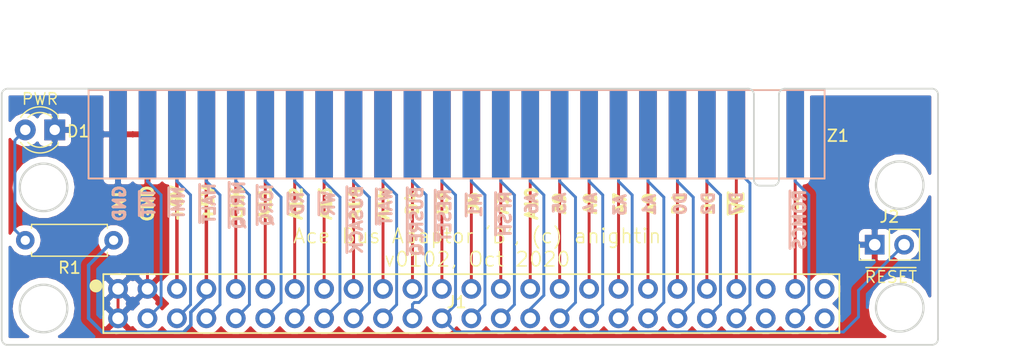
<source format=kicad_pcb>
(kicad_pcb (version 20171130) (host pcbnew "(5.0.1-3-g963ef8bb5)")

  (general
    (thickness 1.6)
    (drawings 75)
    (tracks 136)
    (zones 0)
    (modules 5)
    (nets 46)
  )

  (page A4)
  (layers
    (0 F.Cu signal)
    (31 B.Cu signal)
    (32 B.Adhes user)
    (33 F.Adhes user)
    (34 B.Paste user)
    (35 F.Paste user)
    (36 B.SilkS user)
    (37 F.SilkS user)
    (38 B.Mask user)
    (39 F.Mask user)
    (40 Dwgs.User user)
    (41 Cmts.User user)
    (42 Eco1.User user)
    (43 Eco2.User user)
    (44 Edge.Cuts user)
    (45 Margin user)
    (46 B.CrtYd user)
    (47 F.CrtYd user)
    (48 B.Fab user)
    (49 F.Fab user hide)
  )

  (setup
    (last_trace_width 0.25)
    (trace_clearance 0.2)
    (zone_clearance 0.508)
    (zone_45_only no)
    (trace_min 0.2)
    (segment_width 0.2)
    (edge_width 0.15)
    (via_size 0.8)
    (via_drill 0.4)
    (via_min_size 0.4)
    (via_min_drill 0.3)
    (uvia_size 0.3)
    (uvia_drill 0.1)
    (uvias_allowed no)
    (uvia_min_size 0.2)
    (uvia_min_drill 0.1)
    (pcb_text_width 0.3)
    (pcb_text_size 1.5 1.5)
    (mod_edge_width 0.15)
    (mod_text_size 1 1)
    (mod_text_width 0.15)
    (pad_size 1.524 1.524)
    (pad_drill 0.762)
    (pad_to_mask_clearance 0.051)
    (solder_mask_min_width 0.25)
    (aux_axis_origin 0 0)
    (visible_elements FFFFFFFF)
    (pcbplotparams
      (layerselection 0x010fc_ffffffff)
      (usegerberextensions false)
      (usegerberattributes false)
      (usegerberadvancedattributes false)
      (creategerberjobfile false)
      (excludeedgelayer true)
      (linewidth 0.100000)
      (plotframeref false)
      (viasonmask false)
      (mode 1)
      (useauxorigin false)
      (hpglpennumber 1)
      (hpglpenspeed 20)
      (hpglpendiameter 15.000000)
      (psnegative false)
      (psa4output false)
      (plotreference true)
      (plotvalue true)
      (plotinvisibletext false)
      (padsonsilk false)
      (subtractmaskfromsilk false)
      (outputformat 1)
      (mirror false)
      (drillshape 0)
      (scaleselection 1)
      (outputdirectory "Manufacturing"))
  )

  (net 0 "")
  (net 1 GND)
  (net 2 "Net-(J1-PadA14)")
  (net 3 "Net-(J1-PadA15)")
  (net 4 "Net-(J1-PadA16)")
  (net 5 "Net-(J1-PadA17)")
  (net 6 "Net-(J1-PadA18)")
  (net 7 "Net-(J1-PadA19)")
  (net 8 "Net-(J1-PadA20)")
  (net 9 "Net-(J1-PadA21)")
  (net 10 "Net-(J1-PadA22)")
  (net 11 "Net-(J1-PadA24)")
  (net 12 "Net-(J1-PadA13)")
  (net 13 "Net-(J1-PadA12)")
  (net 14 "Net-(J1-PadA11)")
  (net 15 "Net-(J1-PadA10)")
  (net 16 "Net-(J1-PadA9)")
  (net 17 "Net-(J1-PadA8)")
  (net 18 "Net-(J1-PadA7)")
  (net 19 "Net-(J1-PadA6)")
  (net 20 "Net-(J1-PadA5)")
  (net 21 "Net-(J1-PadA4)")
  (net 22 "Net-(J1-PadA3)")
  (net 23 "Net-(J1-PadB2)")
  (net 24 "Net-(J1-PadB3)")
  (net 25 "Net-(J1-PadB4)")
  (net 26 "Net-(J1-PadB5)")
  (net 27 "Net-(J1-PadB6)")
  (net 28 "Net-(J1-PadB7)")
  (net 29 "Net-(J1-PadB8)")
  (net 30 "Net-(J1-PadB9)")
  (net 31 "Net-(J1-PadB10)")
  (net 32 "Net-(J1-PadB11)")
  (net 33 "Net-(J1-PadB12)")
  (net 34 "Net-(J1-PadB13)")
  (net 35 "Net-(J1-PadB24)")
  (net 36 "Net-(J1-PadB22)")
  (net 37 "Net-(J1-PadB21)")
  (net 38 "Net-(J1-PadB20)")
  (net 39 "Net-(J1-PadB19)")
  (net 40 "Net-(J1-PadB18)")
  (net 41 "Net-(J1-PadB17)")
  (net 42 "Net-(J1-PadB16)")
  (net 43 "Net-(J1-PadB15)")
  (net 44 "Net-(J1-PadB14)")
  (net 45 "Net-(D1-Pad2)")

  (net_class Default "This is the default net class."
    (clearance 0.2)
    (trace_width 0.25)
    (via_dia 0.8)
    (via_drill 0.4)
    (uvia_dia 0.3)
    (uvia_drill 0.1)
    (add_net GND)
    (add_net "Net-(D1-Pad2)")
    (add_net "Net-(J1-PadA10)")
    (add_net "Net-(J1-PadA11)")
    (add_net "Net-(J1-PadA12)")
    (add_net "Net-(J1-PadA13)")
    (add_net "Net-(J1-PadA14)")
    (add_net "Net-(J1-PadA15)")
    (add_net "Net-(J1-PadA16)")
    (add_net "Net-(J1-PadA17)")
    (add_net "Net-(J1-PadA18)")
    (add_net "Net-(J1-PadA19)")
    (add_net "Net-(J1-PadA20)")
    (add_net "Net-(J1-PadA21)")
    (add_net "Net-(J1-PadA22)")
    (add_net "Net-(J1-PadA24)")
    (add_net "Net-(J1-PadA5)")
    (add_net "Net-(J1-PadA6)")
    (add_net "Net-(J1-PadA7)")
    (add_net "Net-(J1-PadA8)")
    (add_net "Net-(J1-PadA9)")
    (add_net "Net-(J1-PadB10)")
    (add_net "Net-(J1-PadB11)")
    (add_net "Net-(J1-PadB12)")
    (add_net "Net-(J1-PadB13)")
    (add_net "Net-(J1-PadB14)")
    (add_net "Net-(J1-PadB15)")
    (add_net "Net-(J1-PadB16)")
    (add_net "Net-(J1-PadB17)")
    (add_net "Net-(J1-PadB18)")
    (add_net "Net-(J1-PadB19)")
    (add_net "Net-(J1-PadB2)")
    (add_net "Net-(J1-PadB20)")
    (add_net "Net-(J1-PadB21)")
    (add_net "Net-(J1-PadB22)")
    (add_net "Net-(J1-PadB24)")
    (add_net "Net-(J1-PadB3)")
    (add_net "Net-(J1-PadB4)")
    (add_net "Net-(J1-PadB5)")
    (add_net "Net-(J1-PadB6)")
    (add_net "Net-(J1-PadB7)")
    (add_net "Net-(J1-PadB8)")
    (add_net "Net-(J1-PadB9)")
  )

  (net_class 5v ""
    (clearance 0.2)
    (trace_width 0.3)
    (via_dia 0.8)
    (via_drill 0.4)
    (uvia_dia 0.3)
    (uvia_drill 0.1)
    (add_net "Net-(J1-PadA4)")
  )

  (net_class 9v ""
    (clearance 0.2)
    (trace_width 0.3)
    (via_dia 0.8)
    (via_drill 0.4)
    (uvia_dia 0.3)
    (uvia_drill 0.1)
    (add_net "Net-(J1-PadA3)")
  )

  (module Connector_PinHeader_2.54mm:PinHeader_1x02_P2.54mm_Vertical (layer F.Cu) (tedit 5F4F53A8) (tstamp 5F75BFF4)
    (at 184.785 91.694 90)
    (descr "Through hole straight pin header, 1x02, 2.54mm pitch, single row")
    (tags "Through hole pin header THT 1x02 2.54mm single row")
    (path /5F58AC6B)
    (fp_text reference J2 (at 2.413 1.27 180) (layer F.SilkS)
      (effects (font (size 1 1) (thickness 0.15)))
    )
    (fp_text value ~RESET_SW (at 0 4.87 90) (layer F.Fab)
      (effects (font (size 1 1) (thickness 0.15)))
    )
    (fp_line (start -0.635 -1.27) (end 1.27 -1.27) (layer F.Fab) (width 0.1))
    (fp_line (start 1.27 -1.27) (end 1.27 3.81) (layer F.Fab) (width 0.1))
    (fp_line (start 1.27 3.81) (end -1.27 3.81) (layer F.Fab) (width 0.1))
    (fp_line (start -1.27 3.81) (end -1.27 -0.635) (layer F.Fab) (width 0.1))
    (fp_line (start -1.27 -0.635) (end -0.635 -1.27) (layer F.Fab) (width 0.1))
    (fp_line (start -1.33 3.87) (end 1.33 3.87) (layer F.SilkS) (width 0.12))
    (fp_line (start -1.33 1.27) (end -1.33 3.87) (layer F.SilkS) (width 0.12))
    (fp_line (start 1.33 1.27) (end 1.33 3.87) (layer F.SilkS) (width 0.12))
    (fp_line (start -1.33 1.27) (end 1.33 1.27) (layer F.SilkS) (width 0.12))
    (fp_line (start -1.33 0) (end -1.33 -1.33) (layer F.SilkS) (width 0.12))
    (fp_line (start -1.33 -1.33) (end 0 -1.33) (layer F.SilkS) (width 0.12))
    (fp_line (start -1.8 -1.8) (end -1.8 4.35) (layer F.CrtYd) (width 0.05))
    (fp_line (start -1.8 4.35) (end 1.8 4.35) (layer F.CrtYd) (width 0.05))
    (fp_line (start 1.8 4.35) (end 1.8 -1.8) (layer F.CrtYd) (width 0.05))
    (fp_line (start 1.8 -1.8) (end -1.8 -1.8) (layer F.CrtYd) (width 0.05))
    (fp_text user %R (at 0 1.27 180) (layer F.Fab)
      (effects (font (size 1 1) (thickness 0.15)))
    )
    (pad 1 thru_hole rect (at 0 0 90) (size 1.7 1.7) (drill 1) (layers *.Cu *.Mask)
      (net 1 GND))
    (pad 2 thru_hole oval (at 0 2.54 90) (size 1.7 1.7) (drill 1) (layers *.Cu *.Mask)
      (net 33 "Net-(J1-PadB12)"))
    (model ${KISYS3DMOD}/Connector_PinHeader_2.54mm.3dshapes/PinHeader_1x02_P2.54mm_Vertical.wrl
      (at (xyz 0 0 0))
      (scale (xyz 1 1 1))
      (rotate (xyz 0 0 0))
    )
  )

  (module Connector_PCBEdge:Ace_Bus_Edge_Connector (layer F.Cu) (tedit 5F4F5532) (tstamp 5F75C030)
    (at 148.971 82.169)
    (path /5F51814C)
    (fp_text reference Z1 (at 32.639 0.127) (layer F.SilkS)
      (effects (font (size 1 1) (thickness 0.15)))
    )
    (fp_text value AceBUS (at 0 -5.334) (layer F.Fab)
      (effects (font (size 1 1) (thickness 0.15)))
    )
    (fp_line (start 31.496 3.81) (end -30.734 3.81) (layer F.SilkS) (width 0.15))
    (fp_line (start 31.496 -3.81) (end 31.496 3.81) (layer F.SilkS) (width 0.15))
    (fp_line (start -30.734 -3.81) (end 31.496 -3.81) (layer F.SilkS) (width 0.15))
    (fp_line (start -30.734 -3.81) (end -32.004 -3.81) (layer F.SilkS) (width 0.15))
    (fp_line (start -30.734 3.81) (end -32.004 3.81) (layer F.SilkS) (width 0.15))
    (fp_line (start -32.004 -3.81) (end -32.004 3.81) (layer F.SilkS) (width 0.15))
    (fp_line (start -32.004 3.81) (end -32.004 -3.81) (layer B.SilkS) (width 0.15))
    (fp_line (start 31.496 3.81) (end -32.004 3.81) (layer B.SilkS) (width 0.15))
    (fp_line (start 31.496 -3.81) (end 31.496 3.81) (layer B.SilkS) (width 0.15))
    (fp_line (start -32.004 -3.81) (end 31.496 -3.81) (layer B.SilkS) (width 0.15))
    (pad A14 smd rect (at 3.556 0) (size 1.524 7.62) (layers F.Cu F.Paste F.Mask)
      (net 2 "Net-(J1-PadA14)"))
    (pad A15 smd rect (at 6.096 0) (size 1.524 7.62) (layers F.Cu F.Paste F.Mask)
      (net 3 "Net-(J1-PadA15)"))
    (pad A16 smd rect (at 8.636 0) (size 1.524 7.62) (layers F.Cu F.Paste F.Mask)
      (net 4 "Net-(J1-PadA16)"))
    (pad A17 smd rect (at 11.176 0) (size 1.524 7.62) (layers F.Cu F.Paste F.Mask)
      (net 5 "Net-(J1-PadA17)"))
    (pad A21 smd rect (at 21.336 0) (size 1.524 7.62) (layers F.Cu F.Paste F.Mask)
      (net 9 "Net-(J1-PadA21)"))
    (pad A20 smd rect (at 18.796 0) (size 1.524 7.62) (layers F.Cu F.Paste F.Mask)
      (net 8 "Net-(J1-PadA20)"))
    (pad A19 smd rect (at 16.256 0) (size 1.524 7.62) (layers F.Cu F.Paste F.Mask)
      (net 7 "Net-(J1-PadA19)"))
    (pad A18 smd rect (at 13.716 0) (size 1.524 7.62) (layers F.Cu F.Paste F.Mask)
      (net 6 "Net-(J1-PadA18)"))
    (pad A5 smd rect (at -19.304 0) (size 1.524 7.62) (layers F.Cu F.Paste F.Mask)
      (net 20 "Net-(J1-PadA5)"))
    (pad A24 smd rect (at 28.956 0) (size 1.524 7.62) (layers F.Cu F.Paste F.Mask)
      (net 11 "Net-(J1-PadA24)"))
    (pad A22 smd rect (at 23.876 0) (size 1.524 7.62) (layers F.Cu F.Paste F.Mask)
      (net 10 "Net-(J1-PadA22)"))
    (pad A6 smd rect (at -16.764 0) (size 1.524 7.62) (layers F.Cu F.Paste F.Mask)
      (net 19 "Net-(J1-PadA6)"))
    (pad A7 smd rect (at -14.224 0) (size 1.524 7.62) (layers F.Cu F.Paste F.Mask)
      (net 18 "Net-(J1-PadA7)"))
    (pad A8 smd rect (at -11.684 0) (size 1.524 7.62) (layers F.Cu F.Paste F.Mask)
      (net 17 "Net-(J1-PadA8)"))
    (pad A9 smd rect (at -9.144 0) (size 1.524 7.62) (layers F.Cu F.Paste F.Mask)
      (net 16 "Net-(J1-PadA9)"))
    (pad A13 smd rect (at 1.016 0) (size 1.524 7.62) (layers F.Cu F.Paste F.Mask)
      (net 12 "Net-(J1-PadA13)"))
    (pad A12 smd rect (at -1.524 0) (size 1.524 7.62) (layers F.Cu F.Paste F.Mask)
      (net 13 "Net-(J1-PadA12)"))
    (pad A11 smd rect (at -4.064 0) (size 1.524 7.62) (layers F.Cu F.Paste F.Mask)
      (net 14 "Net-(J1-PadA11)"))
    (pad A10 smd rect (at -6.604 0) (size 1.524 7.62) (layers F.Cu F.Paste F.Mask)
      (net 15 "Net-(J1-PadA10)"))
    (pad A3 smd rect (at -24.384 0) (size 1.524 7.62) (layers F.Cu F.Paste F.Mask)
      (net 22 "Net-(J1-PadA3)"))
    (pad A4 smd rect (at -21.844 0) (size 1.524 7.62) (layers F.Cu F.Paste F.Mask)
      (net 21 "Net-(J1-PadA4)"))
    (pad A2 smd rect (at -26.924 0) (size 1.524 7.62) (layers F.Cu F.Paste F.Mask)
      (net 1 GND))
    (pad A1 smd rect (at -29.464 0) (size 1.524 7.62) (layers F.Cu F.Paste F.Mask)
      (net 1 GND))
    (pad B1 smd rect (at -29.464 0) (size 1.524 7.62) (layers B.Cu B.Paste B.Mask)
      (net 1 GND))
    (pad B2 smd rect (at -26.924 0) (size 1.524 7.62) (layers B.Cu B.Paste B.Mask)
      (net 23 "Net-(J1-PadB2)"))
    (pad B4 smd rect (at -21.844 0) (size 1.524 7.62) (layers B.Cu B.Paste B.Mask)
      (net 25 "Net-(J1-PadB4)"))
    (pad B3 smd rect (at -24.384 0) (size 1.524 7.62) (layers B.Cu B.Paste B.Mask)
      (net 24 "Net-(J1-PadB3)"))
    (pad B10 smd rect (at -6.604 0) (size 1.524 7.62) (layers B.Cu B.Paste B.Mask)
      (net 31 "Net-(J1-PadB10)"))
    (pad B11 smd rect (at -4.064 0) (size 1.524 7.62) (layers B.Cu B.Paste B.Mask)
      (net 32 "Net-(J1-PadB11)"))
    (pad B12 smd rect (at -1.524 0) (size 1.524 7.62) (layers B.Cu B.Paste B.Mask)
      (net 33 "Net-(J1-PadB12)"))
    (pad B13 smd rect (at 1.016 0) (size 1.524 7.62) (layers B.Cu B.Paste B.Mask)
      (net 34 "Net-(J1-PadB13)"))
    (pad B9 smd rect (at -9.144 0) (size 1.524 7.62) (layers B.Cu B.Paste B.Mask)
      (net 30 "Net-(J1-PadB9)"))
    (pad B8 smd rect (at -11.684 0) (size 1.524 7.62) (layers B.Cu B.Paste B.Mask)
      (net 29 "Net-(J1-PadB8)"))
    (pad B7 smd rect (at -14.224 0) (size 1.524 7.62) (layers B.Cu B.Paste B.Mask)
      (net 28 "Net-(J1-PadB7)"))
    (pad B6 smd rect (at -16.764 0) (size 1.524 7.62) (layers B.Cu B.Paste B.Mask)
      (net 27 "Net-(J1-PadB6)"))
    (pad B22 smd rect (at 23.876 0) (size 1.524 7.62) (layers B.Cu B.Paste B.Mask)
      (net 36 "Net-(J1-PadB22)"))
    (pad B24 smd rect (at 28.956 0) (size 1.524 7.62) (layers B.Cu B.Paste B.Mask)
      (net 35 "Net-(J1-PadB24)"))
    (pad B5 smd rect (at -19.304 0) (size 1.524 7.62) (layers B.Cu B.Paste B.Mask)
      (net 26 "Net-(J1-PadB5)"))
    (pad B18 smd rect (at 13.716 0) (size 1.524 7.62) (layers B.Cu B.Paste B.Mask)
      (net 40 "Net-(J1-PadB18)"))
    (pad B19 smd rect (at 16.256 0) (size 1.524 7.62) (layers B.Cu B.Paste B.Mask)
      (net 39 "Net-(J1-PadB19)"))
    (pad B20 smd rect (at 18.796 0) (size 1.524 7.62) (layers B.Cu B.Paste B.Mask)
      (net 38 "Net-(J1-PadB20)"))
    (pad B21 smd rect (at 21.336 0) (size 1.524 7.62) (layers B.Cu B.Paste B.Mask)
      (net 37 "Net-(J1-PadB21)"))
    (pad B17 smd rect (at 11.176 0) (size 1.524 7.62) (layers B.Cu B.Paste B.Mask)
      (net 41 "Net-(J1-PadB17)"))
    (pad B16 smd rect (at 8.636 0) (size 1.524 7.62) (layers B.Cu B.Paste B.Mask)
      (net 42 "Net-(J1-PadB16)"))
    (pad B15 smd rect (at 6.096 0) (size 1.524 7.62) (layers B.Cu B.Paste B.Mask)
      (net 43 "Net-(J1-PadB15)"))
    (pad B14 smd rect (at 3.556 0) (size 1.524 7.62) (layers B.Cu B.Paste B.Mask)
      (net 44 "Net-(J1-PadB14)"))
  )

  (module LED_THT:LED_D3.0mm (layer F.Cu) (tedit 587A3A7B) (tstamp 5F4EDDA7)
    (at 114.046 81.788 180)
    (descr "LED, diameter 3.0mm, 2 pins")
    (tags "LED diameter 3.0mm 2 pins")
    (path /5F4F10C3)
    (fp_text reference D1 (at -2.032 -0.127 180) (layer F.SilkS)
      (effects (font (size 1 1) (thickness 0.15)))
    )
    (fp_text value LED (at 1.27 2.96 180) (layer F.Fab)
      (effects (font (size 1 1) (thickness 0.15)))
    )
    (fp_arc (start 1.27 0) (end -0.23 -1.16619) (angle 284.3) (layer F.Fab) (width 0.1))
    (fp_arc (start 1.27 0) (end -0.29 -1.235516) (angle 108.8) (layer F.SilkS) (width 0.12))
    (fp_arc (start 1.27 0) (end -0.29 1.235516) (angle -108.8) (layer F.SilkS) (width 0.12))
    (fp_arc (start 1.27 0) (end 0.229039 -1.08) (angle 87.9) (layer F.SilkS) (width 0.12))
    (fp_arc (start 1.27 0) (end 0.229039 1.08) (angle -87.9) (layer F.SilkS) (width 0.12))
    (fp_circle (center 1.27 0) (end 2.77 0) (layer F.Fab) (width 0.1))
    (fp_line (start -0.23 -1.16619) (end -0.23 1.16619) (layer F.Fab) (width 0.1))
    (fp_line (start -0.29 -1.236) (end -0.29 -1.08) (layer F.SilkS) (width 0.12))
    (fp_line (start -0.29 1.08) (end -0.29 1.236) (layer F.SilkS) (width 0.12))
    (fp_line (start -1.15 -2.25) (end -1.15 2.25) (layer F.CrtYd) (width 0.05))
    (fp_line (start -1.15 2.25) (end 3.7 2.25) (layer F.CrtYd) (width 0.05))
    (fp_line (start 3.7 2.25) (end 3.7 -2.25) (layer F.CrtYd) (width 0.05))
    (fp_line (start 3.7 -2.25) (end -1.15 -2.25) (layer F.CrtYd) (width 0.05))
    (pad 1 thru_hole rect (at 0 0 180) (size 1.8 1.8) (drill 0.9) (layers *.Cu *.Mask)
      (net 1 GND))
    (pad 2 thru_hole circle (at 2.54 0 180) (size 1.8 1.8) (drill 0.9) (layers *.Cu *.Mask)
      (net 45 "Net-(D1-Pad2)"))
    (model ${KISYS3DMOD}/LED_THT.3dshapes/LED_D3.0mm.wrl
      (at (xyz 0 0 0))
      (scale (xyz 1 1 1))
      (rotate (xyz 0 0 0))
    )
  )

  (module Resistor_THT:R_Axial_DIN0207_L6.3mm_D2.5mm_P7.62mm_Horizontal (layer F.Cu) (tedit 5AE5139B) (tstamp 5F8935B6)
    (at 119.126 91.313 180)
    (descr "Resistor, Axial_DIN0207 series, Axial, Horizontal, pin pitch=7.62mm, 0.25W = 1/4W, length*diameter=6.3*2.5mm^2, http://cdn-reichelt.de/documents/datenblatt/B400/1_4W%23YAG.pdf")
    (tags "Resistor Axial_DIN0207 series Axial Horizontal pin pitch 7.62mm 0.25W = 1/4W length 6.3mm diameter 2.5mm")
    (path /5F4F1177)
    (fp_text reference R1 (at 3.81 -2.37 180) (layer F.SilkS)
      (effects (font (size 1 1) (thickness 0.15)))
    )
    (fp_text value 1K (at 3.81 2.37 180) (layer F.Fab)
      (effects (font (size 1 1) (thickness 0.15)))
    )
    (fp_line (start 0.66 -1.25) (end 0.66 1.25) (layer F.Fab) (width 0.1))
    (fp_line (start 0.66 1.25) (end 6.96 1.25) (layer F.Fab) (width 0.1))
    (fp_line (start 6.96 1.25) (end 6.96 -1.25) (layer F.Fab) (width 0.1))
    (fp_line (start 6.96 -1.25) (end 0.66 -1.25) (layer F.Fab) (width 0.1))
    (fp_line (start 0 0) (end 0.66 0) (layer F.Fab) (width 0.1))
    (fp_line (start 7.62 0) (end 6.96 0) (layer F.Fab) (width 0.1))
    (fp_line (start 0.54 -1.04) (end 0.54 -1.37) (layer F.SilkS) (width 0.12))
    (fp_line (start 0.54 -1.37) (end 7.08 -1.37) (layer F.SilkS) (width 0.12))
    (fp_line (start 7.08 -1.37) (end 7.08 -1.04) (layer F.SilkS) (width 0.12))
    (fp_line (start 0.54 1.04) (end 0.54 1.37) (layer F.SilkS) (width 0.12))
    (fp_line (start 0.54 1.37) (end 7.08 1.37) (layer F.SilkS) (width 0.12))
    (fp_line (start 7.08 1.37) (end 7.08 1.04) (layer F.SilkS) (width 0.12))
    (fp_line (start -1.05 -1.5) (end -1.05 1.5) (layer F.CrtYd) (width 0.05))
    (fp_line (start -1.05 1.5) (end 8.67 1.5) (layer F.CrtYd) (width 0.05))
    (fp_line (start 8.67 1.5) (end 8.67 -1.5) (layer F.CrtYd) (width 0.05))
    (fp_line (start 8.67 -1.5) (end -1.05 -1.5) (layer F.CrtYd) (width 0.05))
    (fp_text user %R (at 3.81 0 180) (layer F.Fab)
      (effects (font (size 1 1) (thickness 0.15)))
    )
    (pad 1 thru_hole circle (at 0 0 180) (size 1.6 1.6) (drill 0.8) (layers *.Cu *.Mask)
      (net 21 "Net-(J1-PadA4)"))
    (pad 2 thru_hole oval (at 7.62 0 180) (size 1.6 1.6) (drill 0.8) (layers *.Cu *.Mask)
      (net 45 "Net-(D1-Pad2)"))
    (model ${KISYS3DMOD}/Resistor_THT.3dshapes/R_Axial_DIN0207_L6.3mm_D2.5mm_P7.62mm_Horizontal.wrl
      (at (xyz 0 0 0))
      (scale (xyz 1 1 1))
      (rotate (xyz 0 0 0))
    )
  )

  (module Connector_PinHeader_2.54mm:Ace_Bus_Pin_Header (layer F.Cu) (tedit 5F762324) (tstamp 5F8893C6)
    (at 148.717 96.774)
    (path /5F5245D3)
    (fp_text reference J1 (at 0 -0.127) (layer F.SilkS)
      (effects (font (size 1 1) (thickness 0.15)))
    )
    (fp_text value AceBUS_Pin_Header (at 0 -4.318) (layer F.Fab)
      (effects (font (size 1 1) (thickness 0.15)))
    )
    (fp_line (start 33.02 -2.54) (end -30.48 -2.54) (layer F.SilkS) (width 0.15))
    (fp_line (start 33.02 2.54) (end 33.02 -2.54) (layer F.SilkS) (width 0.15))
    (fp_line (start -30.48 2.54) (end 33.02 2.54) (layer F.SilkS) (width 0.15))
    (fp_line (start -30.48 -2.54) (end -30.48 2.54) (layer F.SilkS) (width 0.15))
    (pad A14 thru_hole circle (at 3.81 -1.27) (size 1.7 1.7) (drill 1) (layers *.Cu *.Mask)
      (net 2 "Net-(J1-PadA14)"))
    (pad A15 thru_hole circle (at 6.35 -1.27) (size 1.7 1.7) (drill 1) (layers *.Cu *.Mask)
      (net 3 "Net-(J1-PadA15)"))
    (pad A16 thru_hole circle (at 8.89 -1.27) (size 1.7 1.7) (drill 1) (layers *.Cu *.Mask)
      (net 4 "Net-(J1-PadA16)"))
    (pad A17 thru_hole circle (at 11.43 -1.27) (size 1.7 1.7) (drill 1) (layers *.Cu *.Mask)
      (net 5 "Net-(J1-PadA17)"))
    (pad A18 thru_hole circle (at 13.97 -1.27) (size 1.7 1.7) (drill 1) (layers *.Cu *.Mask)
      (net 6 "Net-(J1-PadA18)"))
    (pad A19 thru_hole circle (at 16.51 -1.27) (size 1.7 1.7) (drill 1) (layers *.Cu *.Mask)
      (net 7 "Net-(J1-PadA19)"))
    (pad A20 thru_hole circle (at 19.05 -1.27) (size 1.7 1.7) (drill 1) (layers *.Cu *.Mask)
      (net 8 "Net-(J1-PadA20)"))
    (pad A21 thru_hole circle (at 21.59 -1.27) (size 1.7 1.7) (drill 1) (layers *.Cu *.Mask)
      (net 9 "Net-(J1-PadA21)"))
    (pad A22 thru_hole circle (at 24.13 -1.27) (size 1.7 1.7) (drill 1) (layers *.Cu *.Mask)
      (net 10 "Net-(J1-PadA22)"))
    (pad "" thru_hole circle (at 26.67 -1.27) (size 1.7 1.7) (drill 1) (layers *.Cu *.Mask))
    (pad A24 thru_hole circle (at 29.21 -1.27) (size 1.7 1.7) (drill 1) (layers *.Cu *.Mask)
      (net 11 "Net-(J1-PadA24)"))
    (pad A13 thru_hole circle (at 1.27 -1.27) (size 1.7 1.7) (drill 1) (layers *.Cu *.Mask)
      (net 12 "Net-(J1-PadA13)"))
    (pad A12 thru_hole circle (at -1.27 -1.27) (size 1.7 1.7) (drill 1) (layers *.Cu *.Mask)
      (net 13 "Net-(J1-PadA12)"))
    (pad A11 thru_hole circle (at -3.81 -1.27) (size 1.7 1.7) (drill 1) (layers *.Cu *.Mask)
      (net 14 "Net-(J1-PadA11)"))
    (pad A10 thru_hole circle (at -6.35 -1.27) (size 1.7 1.7) (drill 1) (layers *.Cu *.Mask)
      (net 15 "Net-(J1-PadA10)"))
    (pad A9 thru_hole circle (at -8.89 -1.27) (size 1.7 1.7) (drill 1) (layers *.Cu *.Mask)
      (net 16 "Net-(J1-PadA9)"))
    (pad A8 thru_hole circle (at -11.43 -1.27) (size 1.7 1.7) (drill 1) (layers *.Cu *.Mask)
      (net 17 "Net-(J1-PadA8)"))
    (pad A7 thru_hole circle (at -13.97 -1.27) (size 1.7 1.7) (drill 1) (layers *.Cu *.Mask)
      (net 18 "Net-(J1-PadA7)"))
    (pad A6 thru_hole circle (at -16.51 -1.27) (size 1.7 1.7) (drill 1) (layers *.Cu *.Mask)
      (net 19 "Net-(J1-PadA6)"))
    (pad A5 thru_hole circle (at -19.05 -1.27) (size 1.7 1.7) (drill 1) (layers *.Cu *.Mask)
      (net 20 "Net-(J1-PadA5)"))
    (pad A4 thru_hole circle (at -21.59 -1.27) (size 1.7 1.7) (drill 1) (layers *.Cu *.Mask)
      (net 21 "Net-(J1-PadA4)"))
    (pad A3 thru_hole circle (at -24.13 -1.27) (size 1.7 1.7) (drill 1) (layers *.Cu *.Mask)
      (net 22 "Net-(J1-PadA3)"))
    (pad A2 thru_hole circle (at -26.67 -1.27) (size 1.7 1.7) (drill 1) (layers *.Cu *.Mask)
      (net 1 GND))
    (pad A1 thru_hole circle (at -29.21 -1.27) (size 1.7 1.7) (drill 1) (layers *.Cu *.Mask)
      (net 1 GND))
    (pad B1 thru_hole circle (at -29.21 1.27) (size 1.7 1.7) (drill 1) (layers *.Cu *.Mask)
      (net 1 GND))
    (pad B2 thru_hole circle (at -26.67 1.27) (size 1.7 1.7) (drill 1) (layers *.Cu *.Mask)
      (net 23 "Net-(J1-PadB2)"))
    (pad B3 thru_hole circle (at -24.13 1.27) (size 1.7 1.7) (drill 1) (layers *.Cu *.Mask)
      (net 24 "Net-(J1-PadB3)"))
    (pad B4 thru_hole circle (at -21.59 1.27) (size 1.7 1.7) (drill 1) (layers *.Cu *.Mask)
      (net 25 "Net-(J1-PadB4)"))
    (pad B5 thru_hole circle (at -19.05 1.27) (size 1.7 1.7) (drill 1) (layers *.Cu *.Mask)
      (net 26 "Net-(J1-PadB5)"))
    (pad B6 thru_hole circle (at -16.51 1.27) (size 1.7 1.7) (drill 1) (layers *.Cu *.Mask)
      (net 27 "Net-(J1-PadB6)"))
    (pad B7 thru_hole circle (at -13.97 1.27) (size 1.7 1.7) (drill 1) (layers *.Cu *.Mask)
      (net 28 "Net-(J1-PadB7)"))
    (pad B8 thru_hole circle (at -11.43 1.27) (size 1.7 1.7) (drill 1) (layers *.Cu *.Mask)
      (net 29 "Net-(J1-PadB8)"))
    (pad B9 thru_hole circle (at -8.89 1.27) (size 1.7 1.7) (drill 1) (layers *.Cu *.Mask)
      (net 30 "Net-(J1-PadB9)"))
    (pad B10 thru_hole circle (at -6.35 1.27) (size 1.7 1.7) (drill 1) (layers *.Cu *.Mask)
      (net 31 "Net-(J1-PadB10)"))
    (pad B11 thru_hole circle (at -3.81 1.27) (size 1.7 1.7) (drill 1) (layers *.Cu *.Mask)
      (net 32 "Net-(J1-PadB11)"))
    (pad B12 thru_hole circle (at -1.27 1.27) (size 1.7 1.7) (drill 1) (layers *.Cu *.Mask)
      (net 33 "Net-(J1-PadB12)"))
    (pad B13 thru_hole circle (at 1.27 1.27) (size 1.7 1.7) (drill 1) (layers *.Cu *.Mask)
      (net 34 "Net-(J1-PadB13)"))
    (pad B24 thru_hole circle (at 29.21 1.27) (size 1.7 1.7) (drill 1) (layers *.Cu *.Mask)
      (net 35 "Net-(J1-PadB24)"))
    (pad "" thru_hole circle (at 26.67 1.27) (size 1.7 1.7) (drill 1) (layers *.Cu *.Mask))
    (pad B22 thru_hole circle (at 24.13 1.27) (size 1.7 1.7) (drill 1) (layers *.Cu *.Mask)
      (net 36 "Net-(J1-PadB22)"))
    (pad B21 thru_hole circle (at 21.59 1.27) (size 1.7 1.7) (drill 1) (layers *.Cu *.Mask)
      (net 37 "Net-(J1-PadB21)"))
    (pad B20 thru_hole circle (at 19.05 1.27) (size 1.7 1.7) (drill 1) (layers *.Cu *.Mask)
      (net 38 "Net-(J1-PadB20)"))
    (pad B19 thru_hole circle (at 16.51 1.27) (size 1.7 1.7) (drill 1) (layers *.Cu *.Mask)
      (net 39 "Net-(J1-PadB19)"))
    (pad B18 thru_hole circle (at 13.97 1.27) (size 1.7 1.7) (drill 1) (layers *.Cu *.Mask)
      (net 40 "Net-(J1-PadB18)"))
    (pad B17 thru_hole circle (at 11.43 1.27) (size 1.7 1.7) (drill 1) (layers *.Cu *.Mask)
      (net 41 "Net-(J1-PadB17)"))
    (pad B16 thru_hole circle (at 8.89 1.27) (size 1.7 1.7) (drill 1) (layers *.Cu *.Mask)
      (net 42 "Net-(J1-PadB16)"))
    (pad B15 thru_hole circle (at 6.35 1.27) (size 1.7 1.7) (drill 1) (layers *.Cu *.Mask)
      (net 43 "Net-(J1-PadB15)"))
    (pad B14 thru_hole circle (at 3.81 1.27) (size 1.7 1.7) (drill 1) (layers *.Cu *.Mask)
      (net 44 "Net-(J1-PadB14)"))
    (pad A25 thru_hole circle (at 31.75 -1.27) (size 1.7 1.7) (drill 1) (layers *.Cu *.Mask))
    (pad B25 thru_hole circle (at 31.75 1.27) (size 1.7 1.7) (drill 1) (layers *.Cu *.Mask))
  )

  (gr_circle (center 117.602 95.25) (end 117.983 95.504) (layer F.SilkS) (width 0.2))
  (gr_circle (center 117.602 95.25) (end 117.856 95.377) (layer F.SilkS) (width 0.2))
  (gr_circle (center 117.602 95.25) (end 117.729 95.377) (layer F.SilkS) (width 0.2))
  (gr_circle (center 117.602 95.123) (end 117.602 95.25) (layer F.SilkS) (width 0.2))
  (gr_text PWR (at 112.776 79.121) (layer F.SilkS) (tstamp 5F4F52FB)
    (effects (font (size 1 1) (thickness 0.125)))
  )
  (gr_text ~M1 (at 150.368 88.265 90) (layer B.SilkS) (tstamp 5F4EF3E1)
    (effects (font (size 1 1) (thickness 0.25)) (justify mirror))
  )
  (gr_text A3 (at 162.814 88.265 90) (layer B.SilkS) (tstamp 5F4EF3CD)
    (effects (font (size 1 1) (thickness 0.25)) (justify mirror))
  )
  (gr_text ~RESET (at 147.701 89.154 90) (layer B.SilkS) (tstamp 5F4EF3CB)
    (effects (font (size 1 1) (thickness 0.25)) (justify mirror))
  )
  (gr_text A4 (at 160.274 88.138 90) (layer B.SilkS) (tstamp 5F4EF3C9)
    (effects (font (size 1 1) (thickness 0.25)) (justify mirror))
  )
  (gr_text A5 (at 157.607 88.138 90) (layer B.SilkS) (tstamp 5F4EF3C7)
    (effects (font (size 1 1) (thickness 0.25)) (justify mirror))
  )
  (gr_text A6 (at 155.194 88.138 90) (layer B.SilkS) (tstamp 5F4EF3C5)
    (effects (font (size 1 1) (thickness 0.25)) (justify mirror))
  )
  (gr_text ~ROMCS (at 178.308 89.535 90) (layer B.SilkS) (tstamp 5F4EF3B3)
    (effects (font (size 1 1) (thickness 0.25)) (justify mirror))
  )
  (gr_text D7 (at 172.847 88.138 90) (layer B.SilkS) (tstamp 5F4EF3B1)
    (effects (font (size 1 1) (thickness 0.25)) (justify mirror))
  )
  (gr_text D2 (at 170.434 88.138 90) (layer B.SilkS) (tstamp 5F4EF3AF)
    (effects (font (size 1 1) (thickness 0.25)) (justify mirror))
  )
  (gr_text D0 (at 168.021 88.138 90) (layer B.SilkS) (tstamp 5F4EF3AD)
    (effects (font (size 1 1) (thickness 0.25)) (justify mirror))
  )
  (gr_text A1 (at 165.354 88.265 90) (layer B.SilkS) (tstamp 5F4EF3AB)
    (effects (font (size 1 1) (thickness 0.25)) (justify mirror))
  )
  (gr_text ~RFSH (at 152.908 89.027 90) (layer B.SilkS) (tstamp 5F4EF38F)
    (effects (font (size 1 1) (thickness 0.25)) (justify mirror))
  )
  (gr_text ~BUSREQ (at 145.288 89.662 90) (layer B.SilkS) (tstamp 5F4EF38D)
    (effects (font (size 1 1) (thickness 0.25)) (justify mirror))
  )
  (gr_text ~WAIT (at 142.621 88.392 90) (layer B.SilkS) (tstamp 5F4EF38B)
    (effects (font (size 1 1) (thickness 0.25)) (justify mirror))
  )
  (gr_text ~BUSACK (at 140.081 89.535 90) (layer B.SilkS) (tstamp 5F4EF389)
    (effects (font (size 1 1) (thickness 0.25)) (justify mirror))
  )
  (gr_text ~WR (at 137.668 88.138 90) (layer B.SilkS) (tstamp 5F4EF387)
    (effects (font (size 1 1) (thickness 0.25)) (justify mirror))
  )
  (gr_text ~RD (at 135.001 88.138 90) (layer B.SilkS) (tstamp 5F4EF385)
    (effects (font (size 1 1) (thickness 0.25)) (justify mirror))
  )
  (gr_text ~IORQ (at 132.334 88.265 90) (layer B.SilkS) (tstamp 5F4EF36F)
    (effects (font (size 1 1) (thickness 0.25)) (justify mirror))
  )
  (gr_text ~MREQ (at 129.921 88.265 90) (layer B.SilkS) (tstamp 5F4EF36D)
    (effects (font (size 1 1) (thickness 0.25)) (justify mirror))
  )
  (gr_text ~HALT (at 127.381 88.138 90) (layer B.SilkS) (tstamp 5F4EF36B)
    (effects (font (size 1 1) (thickness 0.25)) (justify mirror))
  )
  (gr_text ~NMI (at 124.714 88.011 90) (layer B.SilkS) (tstamp 5F4EF369)
    (effects (font (size 1 1) (thickness 0.25)) (justify mirror))
  )
  (gr_text ~INT (at 122.174 88.138 90) (layer B.SilkS) (tstamp 5F4EF367)
    (effects (font (size 1 1) (thickness 0.25)) (justify mirror))
  )
  (gr_text GND (at 119.634 88.138 90) (layer B.SilkS)
    (effects (font (size 1 1) (thickness 0.25)) (justify mirror))
  )
  (gr_text - (at 178.054 88.138 90) (layer F.SilkS) (tstamp 5F4EF22A)
    (effects (font (size 1 1) (thickness 0.25)))
  )
  (gr_text ~WE (at 172.974 88.138 90) (layer F.SilkS) (tstamp 5F4EF225)
    (effects (font (size 1 1) (thickness 0.25)))
  )
  (gr_text D6 (at 170.434 88.138 90) (layer F.SilkS) (tstamp 5F4EF223)
    (effects (font (size 1 1) (thickness 0.25)))
  )
  (gr_text D1 (at 167.894 88.138 90) (layer F.SilkS) (tstamp 5F4EF221)
    (effects (font (size 1 1) (thickness 0.25)))
  )
  (gr_text A0 (at 165.354 88.138 90) (layer F.SilkS) (tstamp 5F4EF21F)
    (effects (font (size 1 1) (thickness 0.25)))
  )
  (gr_text A7 (at 162.814 88.138 90) (layer F.SilkS) (tstamp 5F4EF21D)
    (effects (font (size 1 1) (thickness 0.25)))
  )
  (gr_text A8 (at 160.274 88.138 90) (layer F.SilkS) (tstamp 5F4EF21A)
    (effects (font (size 1 1) (thickness 0.25)))
  )
  (gr_text A9 (at 157.607 88.138 90) (layer F.SilkS) (tstamp 5F4EF218)
    (effects (font (size 1 1) (thickness 0.25)))
  )
  (gr_text A10 (at 155.194 88.138 90) (layer F.SilkS) (tstamp 5F4EF216)
    (effects (font (size 1 1) (thickness 0.25)))
  )
  (gr_text A2 (at 152.654 88.138 90) (layer F.SilkS) (tstamp 5F4EF214)
    (effects (font (size 1 1) (thickness 0.25)))
  )
  (gr_text D5 (at 150.114 88.138 90) (layer F.SilkS) (tstamp 5F4EF212)
    (effects (font (size 1 1) (thickness 0.25)))
  )
  (gr_text D3 (at 147.447 88.138 90) (layer F.SilkS) (tstamp 5F4EF210)
    (effects (font (size 1 1) (thickness 0.25)))
  )
  (gr_text D4 (at 144.907 88.138 90) (layer F.SilkS) (tstamp 5F4EF20E)
    (effects (font (size 1 1) (thickness 0.25)))
  )
  (gr_text A15 (at 142.367 88.138 90) (layer F.SilkS) (tstamp 5F4EF20C)
    (effects (font (size 1 1) (thickness 0.25)))
  )
  (gr_text A14 (at 139.954 88.138 90) (layer F.SilkS) (tstamp 5F4EF20A)
    (effects (font (size 1 1) (thickness 0.25)))
  )
  (gr_text A13 (at 137.414 88.138 90) (layer F.SilkS) (tstamp 5F4EF208)
    (effects (font (size 1 1) (thickness 0.25)))
  )
  (gr_text A12 (at 134.874 88.138 90) (layer F.SilkS) (tstamp 5F4EF206)
    (effects (font (size 1 1) (thickness 0.25)))
  )
  (gr_text A11 (at 132.207 88.138 90) (layer F.SilkS) (tstamp 5F4EF204)
    (effects (font (size 1 1) (thickness 0.25)))
  )
  (gr_text CLK (at 129.794 88.138 90) (layer F.SilkS) (tstamp 5F4EF202)
    (effects (font (size 1 1) (thickness 0.25)))
  )
  (gr_text +5V (at 127.254 88.138 90) (layer F.SilkS) (tstamp 5F4EF200)
    (effects (font (size 1 1) (thickness 0.25)))
  )
  (gr_text "+9V\n" (at 124.587 88.138 90) (layer F.SilkS) (tstamp 5F4EF1FA)
    (effects (font (size 1 1) (thickness 0.25)))
  )
  (gr_text GND (at 122.047 88.138 90) (layer F.SilkS) (tstamp 5F4EF1F8)
    (effects (font (size 1 1) (thickness 0.25)))
  )
  (gr_text GND (at 119.634 88.138 90) (layer F.SilkS)
    (effects (font (size 1 1) (thickness 0.25)))
  )
  (dimension 80.772 (width 0.3) (layer Cmts.User)
    (gr_text "80.772 mm" (at 149.86 71.687) (layer Cmts.User)
      (effects (font (size 1.5 1.5) (thickness 0.3)))
    )
    (feature1 (pts (xy 190.246 76.962) (xy 190.246 73.200579)))
    (feature2 (pts (xy 109.474 76.962) (xy 109.474 73.200579)))
    (crossbar (pts (xy 109.474 73.787) (xy 190.246 73.787)))
    (arrow1a (pts (xy 190.246 73.787) (xy 189.119496 74.373421)))
    (arrow1b (pts (xy 190.246 73.787) (xy 189.119496 73.200579)))
    (arrow2a (pts (xy 109.474 73.787) (xy 110.600504 74.373421)))
    (arrow2b (pts (xy 109.474 73.787) (xy 110.600504 73.200579)))
  )
  (dimension 22.091645 (width 0.3) (layer Cmts.User)
    (gr_text "22.092 mm" (at 195.752593 89.277822 270) (layer Cmts.User)
      (effects (font (size 1.5 1.5) (thickness 0.3)))
    )
    (feature1 (pts (xy 190.731593 100.323645) (xy 194.239014 100.323645)))
    (feature2 (pts (xy 190.731593 78.232) (xy 194.239014 78.232)))
    (crossbar (pts (xy 193.652593 78.232) (xy 193.652593 100.323645)))
    (arrow1a (pts (xy 193.652593 100.323645) (xy 193.066172 99.197141)))
    (arrow1b (pts (xy 193.652593 100.323645) (xy 194.239014 99.197141)))
    (arrow2a (pts (xy 193.652593 78.232) (xy 193.066172 79.358504)))
    (arrow2b (pts (xy 193.652593 78.232) (xy 194.239014 79.358504)))
  )
  (gr_circle (center 186.944 86.556184) (end 188.994 86.556184) (layer Edge.Cuts) (width 0.2) (tstamp 5F4EE47E))
  (gr_circle (center 113.081017 86.746979) (end 115.131017 86.746979) (layer Edge.Cuts) (width 0.2) (tstamp 5F4EE2E2))
  (gr_circle (center 186.944 97.137) (end 188.994 97.137) (layer Edge.Cuts) (width 0.2) (tstamp 5F4EE29E))
  (gr_circle (center 113.081017 97.196979) (end 115.131017 97.196979) (layer Edge.Cuts) (width 0.2))
  (gr_text ~RESET (at 186.182 94.488) (layer F.SilkS)
    (effects (font (size 1 1) (thickness 0.125)))
  )
  (gr_text "Ace Bus Adaptor ‘B’, (c) anightin\nv0102, Oct 2020" (at 150.495 91.948) (layer F.SilkS)
    (effects (font (size 1.25 1.25) (thickness 0.125)))
  )
  (gr_line (start 109.474 99.822) (end 109.474 78.74) (angle 90) (layer Edge.Cuts) (width 0.15) (tstamp 5F4E8319))
  (gr_arc (start 109.997634 99.822) (end 109.870634 100.33) (angle 75.96375653) (layer Edge.Cuts) (width 0.15) (tstamp 5F4E831B))
  (gr_arc (start 189.738 99.822) (end 190.246 99.822) (angle 90) (layer Edge.Cuts) (width 0.15) (tstamp 5F4E831A))
  (gr_line (start 109.982 78.232) (end 173.863 78.232) (angle 90) (layer Edge.Cuts) (width 0.15) (tstamp 5F4E8319))
  (gr_arc (start 189.738 78.74) (end 189.738 78.232) (angle 90) (layer Edge.Cuts) (width 0.15) (tstamp 5F4E831A))
  (gr_line (start 190.246 99.822) (end 190.246 78.74) (layer Edge.Cuts) (width 0.15))
  (gr_arc (start 173.856857 78.74) (end 174.364857 78.74) (angle -90) (layer Edge.Cuts) (width 0.15) (tstamp 5F4E831A))
  (gr_line (start 109.855 100.33) (end 189.738 100.33) (angle 90) (layer Edge.Cuts) (width 0.15) (tstamp 5F4E8319))
  (gr_arc (start 177.031857 78.74) (end 177.031857 78.232) (angle -90) (layer Edge.Cuts) (width 0.15) (tstamp 5F4E831B))
  (gr_arc (start 109.982 78.74) (end 109.474 78.74) (angle 90) (layer Edge.Cuts) (width 0.15) (tstamp 5F4E831A))
  (gr_line (start 177.038 78.232) (end 189.738 78.232) (angle 90) (layer Edge.Cuts) (width 0.15) (tstamp 5F4E8319))
  (gr_arc (start 176.015857 86.094102) (end 176.015857 86.602102) (angle -90) (layer Edge.Cuts) (width 0.15) (tstamp 5F4E81BB))
  (gr_arc (start 174.872857 86.094102) (end 174.364857 86.094102) (angle -90) (layer Edge.Cuts) (width 0.15) (tstamp 5F4E81BA))
  (gr_line (start 176.015857 86.602102) (end 174.872857 86.602102) (angle 90) (layer Edge.Cuts) (width 0.15) (tstamp 5F4E81B9))
  (gr_line (start 174.364857 86.094102) (end 174.364857 78.728102) (angle 90) (layer Edge.Cuts) (width 0.15) (tstamp 5F4E81B8))
  (gr_line (start 176.523857 78.728102) (end 176.523857 86.094102) (angle 90) (layer Edge.Cuts) (width 0.15) (tstamp 5F4E81B7))

  (segment (start 122.047 95.504) (end 122.047 82.169) (width 0.25) (layer F.Cu) (net 1))
  (segment (start 119.507 98.044) (end 119.507 95.504) (width 0.25) (layer F.Cu) (net 1))
  (segment (start 121.197001 94.654001) (end 122.047 95.504) (width 0.25) (layer F.Cu) (net 1))
  (segment (start 120.356999 94.654001) (end 121.197001 94.654001) (width 0.25) (layer F.Cu) (net 1))
  (segment (start 119.507 95.504) (end 120.356999 94.654001) (width 0.25) (layer F.Cu) (net 1))
  (segment (start 152.527 94.301919) (end 152.527 82.169) (width 0.25) (layer F.Cu) (net 2))
  (segment (start 152.527 95.504) (end 152.527 94.301919) (width 0.25) (layer F.Cu) (net 2))
  (segment (start 155.067 95.504) (end 155.067 82.169) (width 0.25) (layer F.Cu) (net 3))
  (segment (start 157.607 95.504) (end 157.607 82.169) (width 0.25) (layer F.Cu) (net 4))
  (segment (start 160.147 95.504) (end 160.147 82.169) (width 0.25) (layer F.Cu) (net 5))
  (segment (start 162.687 95.504) (end 162.687 82.169) (width 0.25) (layer F.Cu) (net 6))
  (segment (start 165.227 95.504) (end 165.227 82.169) (width 0.25) (layer F.Cu) (net 7))
  (segment (start 167.767 95.504) (end 167.767 82.169) (width 0.25) (layer F.Cu) (net 8))
  (segment (start 170.307 95.504) (end 170.307 82.169) (width 0.25) (layer F.Cu) (net 9))
  (segment (start 172.847 95.504) (end 172.847 82.169) (width 0.25) (layer F.Cu) (net 10))
  (segment (start 177.927 95.504) (end 177.927 82.169) (width 0.25) (layer F.Cu) (net 11))
  (segment (start 149.987 95.504) (end 149.987 82.169) (width 0.25) (layer F.Cu) (net 12))
  (segment (start 147.447 95.504) (end 147.447 82.169) (width 0.25) (layer F.Cu) (net 13))
  (segment (start 144.907 95.504) (end 144.907 82.169) (width 0.25) (layer F.Cu) (net 14))
  (segment (start 142.367 95.504) (end 142.367 82.169) (width 0.25) (layer F.Cu) (net 15))
  (segment (start 139.827 95.504) (end 139.827 82.169) (width 0.25) (layer F.Cu) (net 16))
  (segment (start 137.287 95.504) (end 137.287 82.169) (width 0.25) (layer F.Cu) (net 17))
  (segment (start 134.747 95.504) (end 134.747 82.169) (width 0.25) (layer F.Cu) (net 18))
  (segment (start 132.207 95.504) (end 132.207 82.169) (width 0.25) (layer F.Cu) (net 19))
  (segment (start 129.667 95.504) (end 129.667 82.169) (width 0.25) (layer F.Cu) (net 20))
  (segment (start 127.127 95.504) (end 127.127 82.169) (width 0.3) (layer F.Cu) (net 21))
  (segment (start 125.163001 99.244001) (end 118.167001 99.244001) (width 0.3) (layer B.Cu) (net 21))
  (segment (start 125.787001 98.620001) (end 125.163001 99.244001) (width 0.3) (layer B.Cu) (net 21))
  (segment (start 125.787001 97.515763) (end 125.787001 98.620001) (width 0.3) (layer B.Cu) (net 21))
  (segment (start 127.127 96.175764) (end 125.787001 97.515763) (width 0.3) (layer B.Cu) (net 21))
  (segment (start 127.127 95.504) (end 127.127 96.175764) (width 0.3) (layer B.Cu) (net 21))
  (segment (start 118.167001 99.244001) (end 116.967 98.044) (width 0.3) (layer B.Cu) (net 21))
  (segment (start 116.967 93.472) (end 119.126 91.313) (width 0.3) (layer B.Cu) (net 21))
  (segment (start 116.967 98.044) (end 116.967 93.472) (width 0.3) (layer B.Cu) (net 21))
  (segment (start 124.587 95.504) (end 124.587 82.169) (width 0.3) (layer F.Cu) (net 22))
  (segment (start 122.047 86.229) (end 122.047 82.169) (width 0.25) (layer B.Cu) (net 23))
  (segment (start 123.222001 87.404001) (end 122.047 86.229) (width 0.25) (layer B.Cu) (net 23))
  (segment (start 123.222001 96.868999) (end 123.222001 87.404001) (width 0.25) (layer B.Cu) (net 23))
  (segment (start 122.047 98.044) (end 123.222001 96.868999) (width 0.25) (layer B.Cu) (net 23))
  (segment (start 124.587 86.229) (end 124.587 82.169) (width 0.25) (layer B.Cu) (net 24))
  (segment (start 125.762001 87.404001) (end 124.587 86.229) (width 0.25) (layer B.Cu) (net 24))
  (segment (start 125.762001 96.868999) (end 125.762001 87.404001) (width 0.25) (layer B.Cu) (net 24))
  (segment (start 124.587 98.044) (end 125.762001 96.868999) (width 0.25) (layer B.Cu) (net 24))
  (segment (start 127.127 86.229) (end 127.127 82.169) (width 0.25) (layer B.Cu) (net 25))
  (segment (start 128.302001 87.404001) (end 127.127 86.229) (width 0.25) (layer B.Cu) (net 25))
  (segment (start 128.302001 96.868999) (end 128.302001 87.404001) (width 0.25) (layer B.Cu) (net 25))
  (segment (start 127.127 98.044) (end 128.302001 96.868999) (width 0.25) (layer B.Cu) (net 25))
  (segment (start 129.667 86.229) (end 129.667 82.169) (width 0.25) (layer B.Cu) (net 26))
  (segment (start 130.842001 87.404001) (end 129.667 86.229) (width 0.25) (layer B.Cu) (net 26))
  (segment (start 130.842001 96.868999) (end 130.842001 87.404001) (width 0.25) (layer B.Cu) (net 26))
  (segment (start 129.667 98.044) (end 130.842001 96.868999) (width 0.25) (layer B.Cu) (net 26))
  (segment (start 132.207 86.229) (end 132.207 82.169) (width 0.25) (layer B.Cu) (net 27))
  (segment (start 133.571999 87.593999) (end 132.207 86.229) (width 0.25) (layer B.Cu) (net 27))
  (segment (start 133.571999 96.679001) (end 133.571999 87.593999) (width 0.25) (layer B.Cu) (net 27))
  (segment (start 132.207 98.044) (end 133.571999 96.679001) (width 0.25) (layer B.Cu) (net 27))
  (segment (start 135.922001 87.404001) (end 134.747 86.229) (width 0.25) (layer B.Cu) (net 28))
  (segment (start 134.747 86.229) (end 134.747 82.169) (width 0.25) (layer B.Cu) (net 28))
  (segment (start 135.922001 96.868999) (end 135.922001 87.404001) (width 0.25) (layer B.Cu) (net 28))
  (segment (start 134.747 98.044) (end 135.922001 96.868999) (width 0.25) (layer B.Cu) (net 28))
  (segment (start 137.287 86.229) (end 137.287 82.169) (width 0.25) (layer B.Cu) (net 29))
  (segment (start 138.651999 87.593999) (end 137.287 86.229) (width 0.25) (layer B.Cu) (net 29))
  (segment (start 138.651999 96.679001) (end 138.651999 87.593999) (width 0.25) (layer B.Cu) (net 29))
  (segment (start 137.287 98.044) (end 138.651999 96.679001) (width 0.25) (layer B.Cu) (net 29))
  (segment (start 141.191999 87.593999) (end 139.827 86.229) (width 0.25) (layer B.Cu) (net 30))
  (segment (start 141.191999 96.679001) (end 141.191999 87.593999) (width 0.25) (layer B.Cu) (net 30))
  (segment (start 139.827 86.229) (end 139.827 82.169) (width 0.25) (layer B.Cu) (net 30))
  (segment (start 139.827 98.044) (end 141.191999 96.679001) (width 0.25) (layer B.Cu) (net 30))
  (segment (start 142.367 86.229) (end 142.367 82.169) (width 0.25) (layer B.Cu) (net 31))
  (segment (start 143.542001 87.404001) (end 142.367 86.229) (width 0.25) (layer B.Cu) (net 31))
  (segment (start 143.542001 96.868999) (end 143.542001 87.404001) (width 0.25) (layer B.Cu) (net 31))
  (segment (start 142.367 98.044) (end 143.542001 96.868999) (width 0.25) (layer B.Cu) (net 31))
  (segment (start 146.082001 87.404001) (end 144.907 86.229) (width 0.25) (layer B.Cu) (net 32))
  (segment (start 146.082001 96.068001) (end 146.082001 87.404001) (width 0.25) (layer B.Cu) (net 32))
  (segment (start 145.471001 96.679001) (end 146.082001 96.068001) (width 0.25) (layer B.Cu) (net 32))
  (segment (start 145.069918 96.679001) (end 145.471001 96.679001) (width 0.25) (layer B.Cu) (net 32))
  (segment (start 144.907 96.841919) (end 145.069918 96.679001) (width 0.25) (layer B.Cu) (net 32))
  (segment (start 144.907 86.229) (end 144.907 82.169) (width 0.25) (layer B.Cu) (net 32))
  (segment (start 144.907 98.044) (end 144.907 96.841919) (width 0.25) (layer B.Cu) (net 32))
  (segment (start 187.325 91.694) (end 183.388 95.631) (width 0.25) (layer B.Cu) (net 33))
  (segment (start 183.388 95.631) (end 183.388 97.917) (width 0.25) (layer B.Cu) (net 33))
  (segment (start 148.296999 98.893999) (end 147.447 98.044) (width 0.25) (layer B.Cu) (net 33))
  (segment (start 148.622001 99.219001) (end 148.296999 98.893999) (width 0.25) (layer B.Cu) (net 33))
  (segment (start 182.085999 99.219001) (end 148.622001 99.219001) (width 0.25) (layer B.Cu) (net 33))
  (segment (start 183.388 97.917) (end 182.085999 99.219001) (width 0.25) (layer B.Cu) (net 33))
  (segment (start 148.622001 87.404001) (end 147.447 86.229) (width 0.25) (layer B.Cu) (net 33))
  (segment (start 148.622001 96.868999) (end 148.622001 87.404001) (width 0.25) (layer B.Cu) (net 33))
  (segment (start 147.447 86.229) (end 147.447 82.169) (width 0.25) (layer B.Cu) (net 33))
  (segment (start 147.447 98.044) (end 148.622001 96.868999) (width 0.25) (layer B.Cu) (net 33))
  (segment (start 149.987 86.229) (end 149.987 82.169) (width 0.25) (layer B.Cu) (net 34))
  (segment (start 151.162001 87.404001) (end 149.987 86.229) (width 0.25) (layer B.Cu) (net 34))
  (segment (start 151.162001 96.868999) (end 151.162001 87.404001) (width 0.25) (layer B.Cu) (net 34))
  (segment (start 149.987 98.044) (end 151.162001 96.868999) (width 0.25) (layer B.Cu) (net 34))
  (segment (start 177.927 86.229) (end 177.927 82.169) (width 0.25) (layer B.Cu) (net 35))
  (segment (start 179.102001 87.404001) (end 177.927 86.229) (width 0.25) (layer B.Cu) (net 35))
  (segment (start 179.102001 96.868999) (end 179.102001 87.404001) (width 0.25) (layer B.Cu) (net 35))
  (segment (start 177.927 98.044) (end 179.102001 96.868999) (width 0.25) (layer B.Cu) (net 35))
  (segment (start 172.847 85.217) (end 172.847 82.169) (width 0.25) (layer B.Cu) (net 36))
  (segment (start 174.022001 86.392001) (end 172.847 85.217) (width 0.25) (layer B.Cu) (net 36))
  (segment (start 174.022001 96.868999) (end 174.022001 86.392001) (width 0.25) (layer B.Cu) (net 36))
  (segment (start 172.847 98.044) (end 174.022001 96.868999) (width 0.25) (layer B.Cu) (net 36))
  (segment (start 170.307 86.229) (end 170.307 82.169) (width 0.25) (layer B.Cu) (net 37))
  (segment (start 171.482001 96.868999) (end 171.482001 87.404001) (width 0.25) (layer B.Cu) (net 37))
  (segment (start 171.482001 87.404001) (end 170.307 86.229) (width 0.25) (layer B.Cu) (net 37))
  (segment (start 170.307 98.044) (end 171.482001 96.868999) (width 0.25) (layer B.Cu) (net 37))
  (segment (start 167.767 86.229) (end 167.767 82.169) (width 0.25) (layer B.Cu) (net 38))
  (segment (start 169.131999 96.679001) (end 169.131999 87.593999) (width 0.25) (layer B.Cu) (net 38))
  (segment (start 169.131999 87.593999) (end 167.767 86.229) (width 0.25) (layer B.Cu) (net 38))
  (segment (start 167.767 98.044) (end 169.131999 96.679001) (width 0.25) (layer B.Cu) (net 38))
  (segment (start 166.591999 87.593999) (end 165.227 86.229) (width 0.25) (layer B.Cu) (net 39))
  (segment (start 166.591999 96.679001) (end 166.591999 87.593999) (width 0.25) (layer B.Cu) (net 39))
  (segment (start 165.227 86.229) (end 165.227 82.169) (width 0.25) (layer B.Cu) (net 39))
  (segment (start 165.227 98.044) (end 166.591999 96.679001) (width 0.25) (layer B.Cu) (net 39))
  (segment (start 162.687 86.229) (end 162.687 82.169) (width 0.25) (layer B.Cu) (net 40))
  (segment (start 163.862001 87.404001) (end 162.687 86.229) (width 0.25) (layer B.Cu) (net 40))
  (segment (start 163.862001 96.868999) (end 163.862001 87.404001) (width 0.25) (layer B.Cu) (net 40))
  (segment (start 162.687 98.044) (end 163.862001 96.868999) (width 0.25) (layer B.Cu) (net 40))
  (segment (start 161.322001 87.404001) (end 160.147 86.229) (width 0.25) (layer B.Cu) (net 41))
  (segment (start 161.322001 96.868999) (end 161.322001 87.404001) (width 0.25) (layer B.Cu) (net 41))
  (segment (start 160.147 86.229) (end 160.147 82.169) (width 0.25) (layer B.Cu) (net 41))
  (segment (start 160.147 98.044) (end 161.322001 96.868999) (width 0.25) (layer B.Cu) (net 41))
  (segment (start 158.971999 87.593999) (end 157.607 86.229) (width 0.25) (layer B.Cu) (net 42))
  (segment (start 158.971999 96.679001) (end 158.971999 87.593999) (width 0.25) (layer B.Cu) (net 42))
  (segment (start 157.607 86.229) (end 157.607 82.169) (width 0.25) (layer B.Cu) (net 42))
  (segment (start 157.607 98.044) (end 158.971999 96.679001) (width 0.25) (layer B.Cu) (net 42))
  (segment (start 155.067 86.229) (end 155.067 82.169) (width 0.25) (layer B.Cu) (net 43))
  (segment (start 156.242001 87.404001) (end 155.067 86.229) (width 0.25) (layer B.Cu) (net 43))
  (segment (start 156.242001 96.068001) (end 156.242001 87.404001) (width 0.25) (layer B.Cu) (net 43))
  (segment (start 155.067 97.243002) (end 156.242001 96.068001) (width 0.25) (layer B.Cu) (net 43))
  (segment (start 155.067 98.044) (end 155.067 97.243002) (width 0.25) (layer B.Cu) (net 43))
  (segment (start 153.702001 87.404001) (end 152.527 86.229) (width 0.25) (layer B.Cu) (net 44))
  (segment (start 152.527 86.229) (end 152.527 82.169) (width 0.25) (layer B.Cu) (net 44))
  (segment (start 153.702001 96.868999) (end 153.702001 87.404001) (width 0.25) (layer B.Cu) (net 44))
  (segment (start 152.527 98.044) (end 153.702001 96.868999) (width 0.25) (layer B.Cu) (net 44))
  (segment (start 111.506 81.788) (end 110.606001 82.687999) (width 0.25) (layer B.Cu) (net 45) (status 10))
  (segment (start 110.606001 90.413001) (end 111.506 91.313) (width 0.25) (layer B.Cu) (net 45) (status 20))
  (segment (start 110.606001 82.687999) (end 110.606001 90.413001) (width 0.25) (layer B.Cu) (net 45))

  (zone (net 1) (net_name GND) (layer F.Cu) (tstamp 5F4F927C) (hatch edge 0.508)
    (connect_pads (clearance 0.508))
    (min_thickness 0.254)
    (fill yes (arc_segments 16) (thermal_gap 0.508) (thermal_bridge_width 0.508))
    (polygon
      (pts
        (xy 109.474 78.232) (xy 190.15075 78.232) (xy 190.34125 100.3935) (xy 109.6645 100.2665)
      )
    )
    (filled_polygon
      (pts
        (xy 118.11 81.88325) (xy 118.26875 82.042) (xy 119.38 82.042) (xy 119.38 82.022) (xy 119.634 82.022)
        (xy 119.634 82.042) (xy 120.74525 82.042) (xy 120.777 82.01025) (xy 120.80875 82.042) (xy 121.92 82.042)
        (xy 121.92 82.022) (xy 122.174 82.022) (xy 122.174 82.042) (xy 122.194 82.042) (xy 122.194 82.296)
        (xy 122.174 82.296) (xy 122.174 86.45525) (xy 122.33275 86.614) (xy 122.935309 86.614) (xy 123.168698 86.517327)
        (xy 123.319937 86.366089) (xy 123.367191 86.436809) (xy 123.577235 86.577157) (xy 123.802001 86.621865) (xy 123.802 94.221805)
        (xy 123.745815 94.245078) (xy 123.328078 94.662815) (xy 123.308845 94.709247) (xy 123.090958 94.639647) (xy 122.226605 95.504)
        (xy 123.090958 96.368353) (xy 123.308845 96.298753) (xy 123.328078 96.345185) (xy 123.745815 96.762922) (xy 123.77256 96.774)
        (xy 123.745815 96.785078) (xy 123.328078 97.202815) (xy 123.317 97.22956) (xy 123.305922 97.202815) (xy 122.888185 96.785078)
        (xy 122.841753 96.765845) (xy 122.911353 96.547958) (xy 122.047 95.683605) (xy 121.182647 96.547958) (xy 121.252247 96.765845)
        (xy 121.205815 96.785078) (xy 120.788078 97.202815) (xy 120.768845 97.249247) (xy 120.550958 97.179647) (xy 119.686605 98.044)
        (xy 120.550958 98.908353) (xy 120.768845 98.838753) (xy 120.788078 98.885185) (xy 121.205815 99.302922) (xy 121.751615 99.529)
        (xy 122.342385 99.529) (xy 122.888185 99.302922) (xy 123.305922 98.885185) (xy 123.317 98.85844) (xy 123.328078 98.885185)
        (xy 123.745815 99.302922) (xy 124.291615 99.529) (xy 124.882385 99.529) (xy 125.428185 99.302922) (xy 125.845922 98.885185)
        (xy 125.857 98.85844) (xy 125.868078 98.885185) (xy 126.285815 99.302922) (xy 126.831615 99.529) (xy 127.422385 99.529)
        (xy 127.968185 99.302922) (xy 128.385922 98.885185) (xy 128.397 98.85844) (xy 128.408078 98.885185) (xy 128.825815 99.302922)
        (xy 129.371615 99.529) (xy 129.962385 99.529) (xy 130.508185 99.302922) (xy 130.925922 98.885185) (xy 130.937 98.85844)
        (xy 130.948078 98.885185) (xy 131.365815 99.302922) (xy 131.911615 99.529) (xy 132.502385 99.529) (xy 133.048185 99.302922)
        (xy 133.465922 98.885185) (xy 133.477 98.85844) (xy 133.488078 98.885185) (xy 133.905815 99.302922) (xy 134.451615 99.529)
        (xy 135.042385 99.529) (xy 135.588185 99.302922) (xy 136.005922 98.885185) (xy 136.017 98.85844) (xy 136.028078 98.885185)
        (xy 136.445815 99.302922) (xy 136.991615 99.529) (xy 137.582385 99.529) (xy 138.128185 99.302922) (xy 138.545922 98.885185)
        (xy 138.557 98.85844) (xy 138.568078 98.885185) (xy 138.985815 99.302922) (xy 139.531615 99.529) (xy 140.122385 99.529)
        (xy 140.668185 99.302922) (xy 141.085922 98.885185) (xy 141.097 98.85844) (xy 141.108078 98.885185) (xy 141.525815 99.302922)
        (xy 142.071615 99.529) (xy 142.662385 99.529) (xy 143.208185 99.302922) (xy 143.625922 98.885185) (xy 143.637 98.85844)
        (xy 143.648078 98.885185) (xy 144.065815 99.302922) (xy 144.611615 99.529) (xy 145.202385 99.529) (xy 145.748185 99.302922)
        (xy 146.165922 98.885185) (xy 146.177 98.85844) (xy 146.188078 98.885185) (xy 146.605815 99.302922) (xy 147.151615 99.529)
        (xy 147.742385 99.529) (xy 148.288185 99.302922) (xy 148.705922 98.885185) (xy 148.717 98.85844) (xy 148.728078 98.885185)
        (xy 149.145815 99.302922) (xy 149.691615 99.529) (xy 150.282385 99.529) (xy 150.828185 99.302922) (xy 151.245922 98.885185)
        (xy 151.257 98.85844) (xy 151.268078 98.885185) (xy 151.685815 99.302922) (xy 152.231615 99.529) (xy 152.822385 99.529)
        (xy 153.368185 99.302922) (xy 153.785922 98.885185) (xy 153.797 98.85844) (xy 153.808078 98.885185) (xy 154.225815 99.302922)
        (xy 154.771615 99.529) (xy 155.362385 99.529) (xy 155.908185 99.302922) (xy 156.325922 98.885185) (xy 156.337 98.85844)
        (xy 156.348078 98.885185) (xy 156.765815 99.302922) (xy 157.311615 99.529) (xy 157.902385 99.529) (xy 158.448185 99.302922)
        (xy 158.865922 98.885185) (xy 158.877 98.85844) (xy 158.888078 98.885185) (xy 159.305815 99.302922) (xy 159.851615 99.529)
        (xy 160.442385 99.529) (xy 160.988185 99.302922) (xy 161.405922 98.885185) (xy 161.417 98.85844) (xy 161.428078 98.885185)
        (xy 161.845815 99.302922) (xy 162.391615 99.529) (xy 162.982385 99.529) (xy 163.528185 99.302922) (xy 163.945922 98.885185)
        (xy 163.957 98.85844) (xy 163.968078 98.885185) (xy 164.385815 99.302922) (xy 164.931615 99.529) (xy 165.522385 99.529)
        (xy 166.068185 99.302922) (xy 166.485922 98.885185) (xy 166.497 98.85844) (xy 166.508078 98.885185) (xy 166.925815 99.302922)
        (xy 167.471615 99.529) (xy 168.062385 99.529) (xy 168.608185 99.302922) (xy 169.025922 98.885185) (xy 169.037 98.85844)
        (xy 169.048078 98.885185) (xy 169.465815 99.302922) (xy 170.011615 99.529) (xy 170.602385 99.529) (xy 171.148185 99.302922)
        (xy 171.565922 98.885185) (xy 171.577 98.85844) (xy 171.588078 98.885185) (xy 172.005815 99.302922) (xy 172.551615 99.529)
        (xy 173.142385 99.529) (xy 173.688185 99.302922) (xy 174.105922 98.885185) (xy 174.117 98.85844) (xy 174.128078 98.885185)
        (xy 174.545815 99.302922) (xy 175.091615 99.529) (xy 175.682385 99.529) (xy 176.228185 99.302922) (xy 176.645922 98.885185)
        (xy 176.657 98.85844) (xy 176.668078 98.885185) (xy 177.085815 99.302922) (xy 177.631615 99.529) (xy 178.222385 99.529)
        (xy 178.768185 99.302922) (xy 179.185922 98.885185) (xy 179.197 98.85844) (xy 179.208078 98.885185) (xy 179.625815 99.302922)
        (xy 180.171615 99.529) (xy 180.762385 99.529) (xy 181.308185 99.302922) (xy 181.725922 98.885185) (xy 181.952 98.339385)
        (xy 181.952 97.748615) (xy 181.725922 97.202815) (xy 181.308185 96.785078) (xy 181.28144 96.774) (xy 181.308185 96.762922)
        (xy 181.725922 96.345185) (xy 181.952 95.799385) (xy 181.952 95.208615) (xy 181.725922 94.662815) (xy 181.308185 94.245078)
        (xy 180.762385 94.019) (xy 180.171615 94.019) (xy 179.625815 94.245078) (xy 179.208078 94.662815) (xy 179.197 94.68956)
        (xy 179.185922 94.662815) (xy 178.768185 94.245078) (xy 178.687 94.21145) (xy 178.687 91.97975) (xy 183.3 91.97975)
        (xy 183.3 92.670309) (xy 183.396673 92.903698) (xy 183.575301 93.082327) (xy 183.80869 93.179) (xy 184.49925 93.179)
        (xy 184.658 93.02025) (xy 184.658 91.821) (xy 183.45875 91.821) (xy 183.3 91.97975) (xy 178.687 91.97975)
        (xy 178.687 90.717691) (xy 183.3 90.717691) (xy 183.3 91.40825) (xy 183.45875 91.567) (xy 184.658 91.567)
        (xy 184.658 90.36775) (xy 184.912 90.36775) (xy 184.912 91.567) (xy 184.932 91.567) (xy 184.932 91.821)
        (xy 184.912 91.821) (xy 184.912 93.02025) (xy 185.07075 93.179) (xy 185.76131 93.179) (xy 185.994699 93.082327)
        (xy 186.173327 92.903698) (xy 186.239904 92.742967) (xy 186.254375 92.764625) (xy 186.745582 93.092839) (xy 187.178744 93.179)
        (xy 187.471256 93.179) (xy 187.904418 93.092839) (xy 188.395625 92.764625) (xy 188.723839 92.273418) (xy 188.839092 91.694)
        (xy 188.723839 91.114582) (xy 188.395625 90.623375) (xy 187.904418 90.295161) (xy 187.471256 90.209) (xy 187.178744 90.209)
        (xy 186.745582 90.295161) (xy 186.254375 90.623375) (xy 186.239904 90.645033) (xy 186.173327 90.484302) (xy 185.994699 90.305673)
        (xy 185.76131 90.209) (xy 185.07075 90.209) (xy 184.912 90.36775) (xy 184.658 90.36775) (xy 184.49925 90.209)
        (xy 183.80869 90.209) (xy 183.575301 90.305673) (xy 183.396673 90.484302) (xy 183.3 90.717691) (xy 178.687 90.717691)
        (xy 178.687 86.62644) (xy 178.689 86.62644) (xy 178.936765 86.577157) (xy 179.146809 86.436809) (xy 179.287157 86.226765)
        (xy 179.33644 85.979) (xy 179.33644 78.942) (xy 189.536001 78.942) (xy 189.536001 85.537809) (xy 189.26945 84.987648)
        (xy 188.735744 84.398018) (xy 188.058 83.981882) (xy 187.290702 83.772693) (xy 186.495533 83.787267) (xy 185.736416 84.024432)
        (xy 185.074376 84.465124) (xy 184.562634 85.073914) (xy 184.242329 85.801864) (xy 184.139209 86.590453) (xy 184.261565 87.376287)
        (xy 184.59956 88.096193) (xy 185.126024 88.692299) (xy 185.798633 89.116684) (xy 186.563318 89.335232) (xy 187.358605 89.330373)
        (xy 188.120563 89.1025) (xy 188.787938 88.669929) (xy 189.307079 88.067436) (xy 189.536001 87.56395) (xy 189.536 96.118624)
        (xy 189.26945 95.568464) (xy 188.735744 94.978834) (xy 188.058 94.562698) (xy 187.290702 94.353509) (xy 186.495533 94.368083)
        (xy 185.736416 94.605248) (xy 185.074376 95.04594) (xy 184.562634 95.65473) (xy 184.242329 96.38268) (xy 184.139209 97.171269)
        (xy 184.261565 97.957103) (xy 184.59956 98.677009) (xy 185.126024 99.273115) (xy 185.675803 99.62) (xy 114.447801 99.62)
        (xy 114.924955 99.310724) (xy 115.116902 99.087958) (xy 118.642647 99.087958) (xy 118.72292 99.339259) (xy 119.278279 99.540718)
        (xy 119.868458 99.514315) (xy 120.29108 99.339259) (xy 120.371353 99.087958) (xy 119.507 98.223605) (xy 118.642647 99.087958)
        (xy 115.116902 99.087958) (xy 115.444096 98.708231) (xy 115.773271 97.984249) (xy 115.797469 97.815279) (xy 118.010282 97.815279)
        (xy 118.036685 98.405458) (xy 118.211741 98.82808) (xy 118.463042 98.908353) (xy 119.327395 98.044) (xy 118.463042 97.179647)
        (xy 118.211741 97.25992) (xy 118.010282 97.815279) (xy 115.797469 97.815279) (xy 115.886017 97.196979) (xy 115.88518 97.128447)
        (xy 115.787519 96.547958) (xy 118.642647 96.547958) (xy 118.714852 96.774) (xy 118.642647 97.000042) (xy 119.507 97.864395)
        (xy 120.371353 97.000042) (xy 120.299148 96.774) (xy 120.371353 96.547958) (xy 119.507 95.683605) (xy 118.642647 96.547958)
        (xy 115.787519 96.547958) (xy 115.753232 96.344166) (xy 115.406467 95.628443) (xy 115.0868 95.275279) (xy 118.010282 95.275279)
        (xy 118.036685 95.865458) (xy 118.211741 96.28808) (xy 118.463042 96.368353) (xy 119.327395 95.504) (xy 119.686605 95.504)
        (xy 120.550958 96.368353) (xy 120.777 96.296148) (xy 121.003042 96.368353) (xy 121.867395 95.504) (xy 121.003042 94.639647)
        (xy 120.777 94.711852) (xy 120.550958 94.639647) (xy 119.686605 95.504) (xy 119.327395 95.504) (xy 118.463042 94.639647)
        (xy 118.211741 94.71992) (xy 118.010282 95.275279) (xy 115.0868 95.275279) (xy 114.872761 95.038813) (xy 114.195017 94.622677)
        (xy 113.598478 94.460042) (xy 118.642647 94.460042) (xy 119.507 95.324395) (xy 120.371353 94.460042) (xy 121.182647 94.460042)
        (xy 122.047 95.324395) (xy 122.911353 94.460042) (xy 122.83108 94.208741) (xy 122.275721 94.007282) (xy 121.685542 94.033685)
        (xy 121.26292 94.208741) (xy 121.182647 94.460042) (xy 120.371353 94.460042) (xy 120.29108 94.208741) (xy 119.735721 94.007282)
        (xy 119.145542 94.033685) (xy 118.72292 94.208741) (xy 118.642647 94.460042) (xy 113.598478 94.460042) (xy 113.427719 94.413488)
        (xy 112.63255 94.428062) (xy 111.873433 94.665227) (xy 111.211393 95.105919) (xy 110.699651 95.714709) (xy 110.379346 96.442659)
        (xy 110.276226 97.231248) (xy 110.398582 98.017082) (xy 110.736577 98.736988) (xy 111.263041 99.333094) (xy 111.717759 99.62)
        (xy 110.184 99.62) (xy 110.184 91.917418) (xy 110.471423 92.347577) (xy 110.946091 92.66474) (xy 111.364667 92.748)
        (xy 111.647333 92.748) (xy 112.065909 92.66474) (xy 112.540577 92.347577) (xy 112.85774 91.872909) (xy 112.969113 91.313)
        (xy 112.912336 91.027561) (xy 117.691 91.027561) (xy 117.691 91.598439) (xy 117.909466 92.125862) (xy 118.313138 92.529534)
        (xy 118.840561 92.748) (xy 119.411439 92.748) (xy 119.938862 92.529534) (xy 120.342534 92.125862) (xy 120.561 91.598439)
        (xy 120.561 91.027561) (xy 120.342534 90.500138) (xy 119.938862 90.096466) (xy 119.411439 89.878) (xy 118.840561 89.878)
        (xy 118.313138 90.096466) (xy 117.909466 90.500138) (xy 117.691 91.027561) (xy 112.912336 91.027561) (xy 112.85774 90.753091)
        (xy 112.540577 90.278423) (xy 112.065909 89.96126) (xy 111.647333 89.878) (xy 111.364667 89.878) (xy 110.946091 89.96126)
        (xy 110.471423 90.278423) (xy 110.184 90.708582) (xy 110.184 86.781248) (xy 110.276226 86.781248) (xy 110.398582 87.567082)
        (xy 110.736577 88.286988) (xy 111.263041 88.883094) (xy 111.93565 89.307479) (xy 112.700335 89.526027) (xy 113.495622 89.521168)
        (xy 114.25758 89.293295) (xy 114.924955 88.860724) (xy 115.444096 88.258231) (xy 115.773271 87.534249) (xy 115.886017 86.746979)
        (xy 115.88518 86.678447) (xy 115.753232 85.894166) (xy 115.406467 85.178443) (xy 114.872761 84.588813) (xy 114.195017 84.172677)
        (xy 113.427719 83.963488) (xy 112.63255 83.978062) (xy 111.873433 84.215227) (xy 111.211393 84.655919) (xy 110.699651 85.264709)
        (xy 110.379346 85.992659) (xy 110.276226 86.781248) (xy 110.184 86.781248) (xy 110.184 82.607557) (xy 110.20469 82.657507)
        (xy 110.636493 83.08931) (xy 111.20067 83.323) (xy 111.81133 83.323) (xy 112.375507 83.08931) (xy 112.551861 82.912956)
        (xy 112.607673 83.047699) (xy 112.786302 83.226327) (xy 113.019691 83.323) (xy 113.76025 83.323) (xy 113.919 83.16425)
        (xy 113.919 81.915) (xy 114.173 81.915) (xy 114.173 83.16425) (xy 114.33175 83.323) (xy 115.072309 83.323)
        (xy 115.305698 83.226327) (xy 115.484327 83.047699) (xy 115.581 82.81431) (xy 115.581 82.45475) (xy 118.11 82.45475)
        (xy 118.11 86.10531) (xy 118.206673 86.338699) (xy 118.385302 86.517327) (xy 118.618691 86.614) (xy 119.22125 86.614)
        (xy 119.38 86.45525) (xy 119.38 82.296) (xy 119.634 82.296) (xy 119.634 86.45525) (xy 119.79275 86.614)
        (xy 120.395309 86.614) (xy 120.628698 86.517327) (xy 120.777 86.369026) (xy 120.925302 86.517327) (xy 121.158691 86.614)
        (xy 121.76125 86.614) (xy 121.92 86.45525) (xy 121.92 82.296) (xy 120.80875 82.296) (xy 120.777 82.32775)
        (xy 120.74525 82.296) (xy 119.634 82.296) (xy 119.38 82.296) (xy 118.26875 82.296) (xy 118.11 82.45475)
        (xy 115.581 82.45475) (xy 115.581 82.07375) (xy 115.42225 81.915) (xy 114.173 81.915) (xy 113.919 81.915)
        (xy 113.899 81.915) (xy 113.899 81.661) (xy 113.919 81.661) (xy 113.919 80.41175) (xy 114.173 80.41175)
        (xy 114.173 81.661) (xy 115.42225 81.661) (xy 115.581 81.50225) (xy 115.581 80.76169) (xy 115.484327 80.528301)
        (xy 115.305698 80.349673) (xy 115.072309 80.253) (xy 114.33175 80.253) (xy 114.173 80.41175) (xy 113.919 80.41175)
        (xy 113.76025 80.253) (xy 113.019691 80.253) (xy 112.786302 80.349673) (xy 112.607673 80.528301) (xy 112.551861 80.663044)
        (xy 112.375507 80.48669) (xy 111.81133 80.253) (xy 111.20067 80.253) (xy 110.636493 80.48669) (xy 110.20469 80.918493)
        (xy 110.184 80.968443) (xy 110.184 78.942) (xy 118.11 78.942)
      )
    )
  )
  (zone (net 1) (net_name GND) (layer B.Cu) (tstamp 5F4F9279) (hatch edge 0.508)
    (connect_pads (clearance 0.508))
    (min_thickness 0.254)
    (fill yes (arc_segments 16) (thermal_gap 0.508) (thermal_bridge_width 0.508))
    (polygon
      (pts
        (xy 109.474 78.232) (xy 190.246 78.232) (xy 190.246 100.3935) (xy 109.474 100.2665)
      )
    )
    (filled_polygon
      (pts
        (xy 118.11 81.88325) (xy 118.26875 82.042) (xy 119.38 82.042) (xy 119.38 82.022) (xy 119.634 82.022)
        (xy 119.634 82.042) (xy 119.654 82.042) (xy 119.654 82.296) (xy 119.634 82.296) (xy 119.634 86.45525)
        (xy 119.79275 86.614) (xy 120.395309 86.614) (xy 120.628698 86.517327) (xy 120.779937 86.366089) (xy 120.827191 86.436809)
        (xy 121.037235 86.577157) (xy 121.285 86.62644) (xy 121.398518 86.62644) (xy 121.499071 86.776929) (xy 121.56253 86.819331)
        (xy 122.462002 87.718805) (xy 122.462001 94.074856) (xy 122.275721 94.007282) (xy 121.685542 94.033685) (xy 121.26292 94.208741)
        (xy 121.182647 94.460042) (xy 122.047 95.324395) (xy 122.061143 95.310253) (xy 122.240748 95.489858) (xy 122.226605 95.504)
        (xy 122.240748 95.518143) (xy 122.061143 95.697748) (xy 122.047 95.683605) (xy 121.182647 96.547958) (xy 121.252247 96.765845)
        (xy 121.205815 96.785078) (xy 120.788078 97.202815) (xy 120.768845 97.249247) (xy 120.550958 97.179647) (xy 119.686605 98.044)
        (xy 119.700748 98.058143) (xy 119.521143 98.237748) (xy 119.507 98.223605) (xy 119.492858 98.237748) (xy 119.313253 98.058143)
        (xy 119.327395 98.044) (xy 118.463042 97.179647) (xy 118.211741 97.25992) (xy 118.010282 97.815279) (xy 118.017862 97.984705)
        (xy 117.752 97.718843) (xy 117.752 96.547958) (xy 118.642647 96.547958) (xy 118.714852 96.774) (xy 118.642647 97.000042)
        (xy 119.507 97.864395) (xy 120.371353 97.000042) (xy 120.299148 96.774) (xy 120.371353 96.547958) (xy 119.507 95.683605)
        (xy 118.642647 96.547958) (xy 117.752 96.547958) (xy 117.752 95.275279) (xy 118.010282 95.275279) (xy 118.036685 95.865458)
        (xy 118.211741 96.28808) (xy 118.463042 96.368353) (xy 119.327395 95.504) (xy 119.686605 95.504) (xy 120.550958 96.368353)
        (xy 120.777 96.296148) (xy 121.003042 96.368353) (xy 121.867395 95.504) (xy 121.003042 94.639647) (xy 120.777 94.711852)
        (xy 120.550958 94.639647) (xy 119.686605 95.504) (xy 119.327395 95.504) (xy 118.463042 94.639647) (xy 118.211741 94.71992)
        (xy 118.010282 95.275279) (xy 117.752 95.275279) (xy 117.752 94.460042) (xy 118.642647 94.460042) (xy 119.507 95.324395)
        (xy 120.371353 94.460042) (xy 120.29108 94.208741) (xy 119.735721 94.007282) (xy 119.145542 94.033685) (xy 118.72292 94.208741)
        (xy 118.642647 94.460042) (xy 117.752 94.460042) (xy 117.752 93.797157) (xy 118.812699 92.736459) (xy 118.840561 92.748)
        (xy 119.411439 92.748) (xy 119.938862 92.529534) (xy 120.342534 92.125862) (xy 120.561 91.598439) (xy 120.561 91.027561)
        (xy 120.342534 90.500138) (xy 119.938862 90.096466) (xy 119.411439 89.878) (xy 118.840561 89.878) (xy 118.313138 90.096466)
        (xy 117.909466 90.500138) (xy 117.691 91.027561) (xy 117.691 91.598439) (xy 117.702541 91.626301) (xy 116.46659 92.862253)
        (xy 116.401048 92.906047) (xy 116.357254 92.971589) (xy 116.357251 92.971592) (xy 116.227546 93.165709) (xy 116.166622 93.472)
        (xy 116.182001 93.549317) (xy 116.182 97.966688) (xy 116.166622 98.044) (xy 116.182 98.121312) (xy 116.182 98.121315)
        (xy 116.227546 98.350291) (xy 116.401047 98.609953) (xy 116.466592 98.653749) (xy 117.432843 99.62) (xy 114.447801 99.62)
        (xy 114.924955 99.310724) (xy 115.444096 98.708231) (xy 115.773271 97.984249) (xy 115.886017 97.196979) (xy 115.88518 97.128447)
        (xy 115.753232 96.344166) (xy 115.406467 95.628443) (xy 114.872761 95.038813) (xy 114.195017 94.622677) (xy 113.427719 94.413488)
        (xy 112.63255 94.428062) (xy 111.873433 94.665227) (xy 111.211393 95.105919) (xy 110.699651 95.714709) (xy 110.379346 96.442659)
        (xy 110.276226 97.231248) (xy 110.398582 98.017082) (xy 110.736577 98.736988) (xy 111.263041 99.333094) (xy 111.717759 99.62)
        (xy 110.184 99.62) (xy 110.184 91.917418) (xy 110.471423 92.347577) (xy 110.946091 92.66474) (xy 111.364667 92.748)
        (xy 111.647333 92.748) (xy 112.065909 92.66474) (xy 112.540577 92.347577) (xy 112.85774 91.872909) (xy 112.969113 91.313)
        (xy 112.85774 90.753091) (xy 112.540577 90.278423) (xy 112.065909 89.96126) (xy 111.647333 89.878) (xy 111.366001 89.878)
        (xy 111.366001 88.948057) (xy 111.93565 89.307479) (xy 112.700335 89.526027) (xy 113.495622 89.521168) (xy 114.25758 89.293295)
        (xy 114.924955 88.860724) (xy 115.444096 88.258231) (xy 115.773271 87.534249) (xy 115.886017 86.746979) (xy 115.88518 86.678447)
        (xy 115.753232 85.894166) (xy 115.406467 85.178443) (xy 114.872761 84.588813) (xy 114.195017 84.172677) (xy 113.427719 83.963488)
        (xy 112.63255 83.978062) (xy 111.873433 84.215227) (xy 111.366001 84.553003) (xy 111.366001 83.323) (xy 111.81133 83.323)
        (xy 112.375507 83.08931) (xy 112.551861 82.912956) (xy 112.607673 83.047699) (xy 112.786302 83.226327) (xy 113.019691 83.323)
        (xy 113.76025 83.323) (xy 113.919 83.16425) (xy 113.919 81.915) (xy 114.173 81.915) (xy 114.173 83.16425)
        (xy 114.33175 83.323) (xy 115.072309 83.323) (xy 115.305698 83.226327) (xy 115.484327 83.047699) (xy 115.581 82.81431)
        (xy 115.581 82.45475) (xy 118.11 82.45475) (xy 118.11 86.10531) (xy 118.206673 86.338699) (xy 118.385302 86.517327)
        (xy 118.618691 86.614) (xy 119.22125 86.614) (xy 119.38 86.45525) (xy 119.38 82.296) (xy 118.26875 82.296)
        (xy 118.11 82.45475) (xy 115.581 82.45475) (xy 115.581 82.07375) (xy 115.42225 81.915) (xy 114.173 81.915)
        (xy 113.919 81.915) (xy 113.899 81.915) (xy 113.899 81.661) (xy 113.919 81.661) (xy 113.919 80.41175)
        (xy 114.173 80.41175) (xy 114.173 81.661) (xy 115.42225 81.661) (xy 115.581 81.50225) (xy 115.581 80.76169)
        (xy 115.484327 80.528301) (xy 115.305698 80.349673) (xy 115.072309 80.253) (xy 114.33175 80.253) (xy 114.173 80.41175)
        (xy 113.919 80.41175) (xy 113.76025 80.253) (xy 113.019691 80.253) (xy 112.786302 80.349673) (xy 112.607673 80.528301)
        (xy 112.551861 80.663044) (xy 112.375507 80.48669) (xy 111.81133 80.253) (xy 111.20067 80.253) (xy 110.636493 80.48669)
        (xy 110.20469 80.918493) (xy 110.184 80.968443) (xy 110.184 78.942) (xy 118.11 78.942)
      )
    )
    (filled_polygon
      (pts
        (xy 189.536001 85.537809) (xy 189.26945 84.987648) (xy 188.735744 84.398018) (xy 188.058 83.981882) (xy 187.290702 83.772693)
        (xy 186.495533 83.787267) (xy 185.736416 84.024432) (xy 185.074376 84.465124) (xy 184.562634 85.073914) (xy 184.242329 85.801864)
        (xy 184.139209 86.590453) (xy 184.261565 87.376287) (xy 184.59956 88.096193) (xy 185.126024 88.692299) (xy 185.798633 89.116684)
        (xy 186.563318 89.335232) (xy 187.358605 89.330373) (xy 188.120563 89.1025) (xy 188.787938 88.669929) (xy 189.307079 88.067436)
        (xy 189.536001 87.56395) (xy 189.536 96.118624) (xy 189.26945 95.568464) (xy 188.735744 94.978834) (xy 188.058 94.562698)
        (xy 187.290702 94.353509) (xy 186.495533 94.368083) (xy 185.736416 94.605248) (xy 185.074376 95.04594) (xy 184.562634 95.65473)
        (xy 184.242329 96.38268) (xy 184.148 97.104042) (xy 184.148 95.945801) (xy 186.958592 93.135209) (xy 187.178744 93.179)
        (xy 187.471256 93.179) (xy 187.904418 93.092839) (xy 188.395625 92.764625) (xy 188.723839 92.273418) (xy 188.839092 91.694)
        (xy 188.723839 91.114582) (xy 188.395625 90.623375) (xy 187.904418 90.295161) (xy 187.471256 90.209) (xy 187.178744 90.209)
        (xy 186.745582 90.295161) (xy 186.254375 90.623375) (xy 186.239904 90.645033) (xy 186.173327 90.484302) (xy 185.994699 90.305673)
        (xy 185.76131 90.209) (xy 185.07075 90.209) (xy 184.912 90.36775) (xy 184.912 91.567) (xy 184.932 91.567)
        (xy 184.932 91.821) (xy 184.912 91.821) (xy 184.912 91.841) (xy 184.658 91.841) (xy 184.658 91.821)
        (xy 183.45875 91.821) (xy 183.3 91.97975) (xy 183.3 92.670309) (xy 183.396673 92.903698) (xy 183.575301 93.082327)
        (xy 183.80869 93.179) (xy 184.49925 93.179) (xy 184.657998 93.020252) (xy 184.657998 93.179) (xy 184.765198 93.179)
        (xy 182.90353 95.040669) (xy 182.840071 95.083071) (xy 182.672096 95.334464) (xy 182.628 95.556149) (xy 182.628 95.556153)
        (xy 182.613112 95.631) (xy 182.628 95.705847) (xy 182.628001 97.602197) (xy 181.952 98.278198) (xy 181.952 97.748615)
        (xy 181.725922 97.202815) (xy 181.308185 96.785078) (xy 181.28144 96.774) (xy 181.308185 96.762922) (xy 181.725922 96.345185)
        (xy 181.952 95.799385) (xy 181.952 95.208615) (xy 181.725922 94.662815) (xy 181.308185 94.245078) (xy 180.762385 94.019)
        (xy 180.171615 94.019) (xy 179.862001 94.147246) (xy 179.862001 90.717691) (xy 183.3 90.717691) (xy 183.3 91.40825)
        (xy 183.45875 91.567) (xy 184.658 91.567) (xy 184.658 90.36775) (xy 184.49925 90.209) (xy 183.80869 90.209)
        (xy 183.575301 90.305673) (xy 183.396673 90.484302) (xy 183.3 90.717691) (xy 179.862001 90.717691) (xy 179.862001 87.478847)
        (xy 179.876889 87.404) (xy 179.862001 87.329153) (xy 179.862001 87.329149) (xy 179.817905 87.107464) (xy 179.775269 87.043655)
        (xy 179.69233 86.919527) (xy 179.692328 86.919525) (xy 179.64993 86.856072) (xy 179.586477 86.813674) (xy 179.171964 86.399162)
        (xy 179.287157 86.226765) (xy 179.33644 85.979) (xy 179.33644 78.942) (xy 189.536001 78.942)
      )
    )
  )
)

</source>
